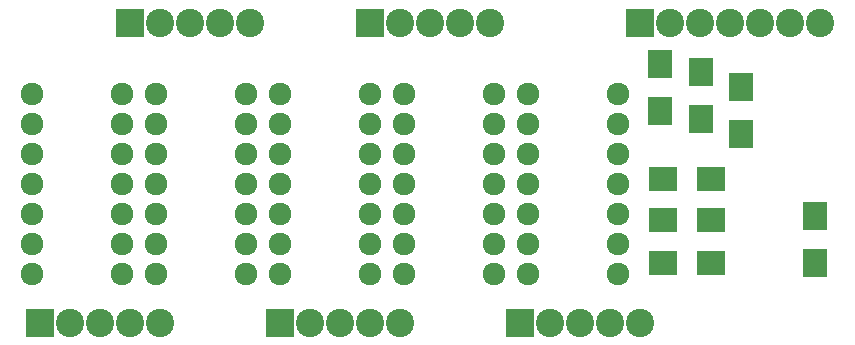
<source format=gbr>
G04 #@! TF.FileFunction,Soldermask,Top*
%FSLAX46Y46*%
G04 Gerber Fmt 4.6, Leading zero omitted, Abs format (unit mm)*
G04 Created by KiCad (PCBNEW 4.0.2+dfsg1-stable) date Pi  1. marec 2019, 16:05:38 CET*
%MOMM*%
G01*
G04 APERTURE LIST*
%ADD10C,0.100000*%
%ADD11R,2.100000X2.400000*%
%ADD12R,2.400000X2.100000*%
%ADD13R,2.400000X2.400000*%
%ADD14C,2.400000*%
%ADD15C,1.924000*%
G04 APERTURE END LIST*
D10*
D11*
X194750000Y-51750000D03*
X194750000Y-55750000D03*
X198200000Y-52400000D03*
X198200000Y-56400000D03*
X201600000Y-53700000D03*
X201600000Y-57700000D03*
D12*
X199000000Y-61500000D03*
X195000000Y-61500000D03*
X199000000Y-65000000D03*
X195000000Y-65000000D03*
X199000000Y-68600000D03*
X195000000Y-68600000D03*
D11*
X207800000Y-64600000D03*
X207800000Y-68600000D03*
D13*
X142240000Y-73660000D03*
D14*
X144780000Y-73660000D03*
X147320000Y-73660000D03*
X149860000Y-73660000D03*
X152400000Y-73660000D03*
D13*
X162560000Y-73660000D03*
D14*
X165100000Y-73660000D03*
X167640000Y-73660000D03*
X170180000Y-73660000D03*
X172720000Y-73660000D03*
D13*
X182880000Y-73660000D03*
D14*
X185420000Y-73660000D03*
X187960000Y-73660000D03*
X190500000Y-73660000D03*
X193040000Y-73660000D03*
D13*
X193040000Y-48260000D03*
D14*
X195580000Y-48260000D03*
X198120000Y-48260000D03*
X200660000Y-48260000D03*
X203200000Y-48260000D03*
X205740000Y-48260000D03*
X208280000Y-48260000D03*
D15*
X141520000Y-54290000D03*
X141520000Y-56830000D03*
X141520000Y-59370000D03*
X141520000Y-61910000D03*
X141520000Y-64450000D03*
X141520000Y-66990000D03*
X149140000Y-66990000D03*
X149140000Y-64450000D03*
X149140000Y-61910000D03*
X149140000Y-59370000D03*
X149140000Y-56830000D03*
X149140000Y-54290000D03*
X141520000Y-69530000D03*
X149140000Y-69530000D03*
X152020000Y-54290000D03*
X152020000Y-56830000D03*
X152020000Y-59370000D03*
X152020000Y-61910000D03*
X152020000Y-64450000D03*
X152020000Y-66990000D03*
X159640000Y-66990000D03*
X159640000Y-64450000D03*
X159640000Y-61910000D03*
X159640000Y-59370000D03*
X159640000Y-56830000D03*
X159640000Y-54290000D03*
X152020000Y-69530000D03*
X159640000Y-69530000D03*
X162520000Y-54290000D03*
X162520000Y-56830000D03*
X162520000Y-59370000D03*
X162520000Y-61910000D03*
X162520000Y-64450000D03*
X162520000Y-66990000D03*
X170140000Y-66990000D03*
X170140000Y-64450000D03*
X170140000Y-61910000D03*
X170140000Y-59370000D03*
X170140000Y-56830000D03*
X170140000Y-54290000D03*
X162520000Y-69530000D03*
X170140000Y-69530000D03*
X173020000Y-54290000D03*
X173020000Y-56830000D03*
X173020000Y-59370000D03*
X173020000Y-61910000D03*
X173020000Y-64450000D03*
X173020000Y-66990000D03*
X180640000Y-66990000D03*
X180640000Y-64450000D03*
X180640000Y-61910000D03*
X180640000Y-59370000D03*
X180640000Y-56830000D03*
X180640000Y-54290000D03*
X173020000Y-69530000D03*
X180640000Y-69530000D03*
X183520000Y-54290000D03*
X183520000Y-56830000D03*
X183520000Y-59370000D03*
X183520000Y-61910000D03*
X183520000Y-64450000D03*
X183520000Y-66990000D03*
X191140000Y-66990000D03*
X191140000Y-64450000D03*
X191140000Y-61910000D03*
X191140000Y-59370000D03*
X191140000Y-56830000D03*
X191140000Y-54290000D03*
X183520000Y-69530000D03*
X191140000Y-69530000D03*
D13*
X149860000Y-48260000D03*
D14*
X152400000Y-48260000D03*
X154940000Y-48260000D03*
X157480000Y-48260000D03*
X160020000Y-48260000D03*
D13*
X170180000Y-48260000D03*
D14*
X172720000Y-48260000D03*
X175260000Y-48260000D03*
X177800000Y-48260000D03*
X180340000Y-48260000D03*
M02*

</source>
